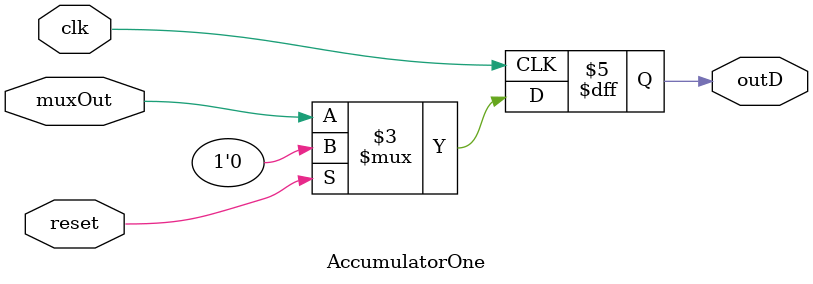
<source format=v>
module AccumulatorOne(outD, muxOut, reset, clk);
output reg outD;
input wire reset;
input wire clk;
input wire muxOut;

always @(posedge clk) begin
	if(reset)
	begin
		outD <= 1'b0;
	end
	else
	begin
		outD <= muxOut;
	end
		
end

endmodule

</source>
